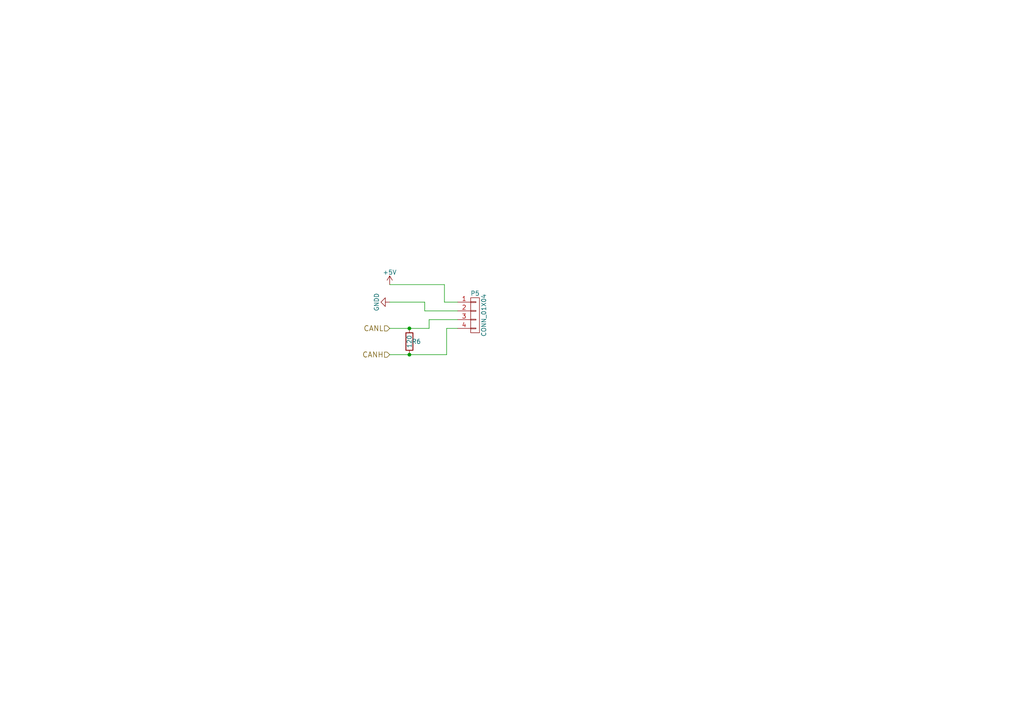
<source format=kicad_sch>
(kicad_sch (version 20230121) (generator eeschema)
  (paper "A4")
  (lib_symbols
    (symbol "VESC_Card_Backplane-rescue:+5V" (power) (pin_names (offset 0))
      (property "Value" "+5V" (at 0 3.556 0))
      (symbol "+5V_0_1"
        (polyline (pts (xy -0.762 1.27) (xy 0 2.54)))
        (polyline (pts (xy 0 0) (xy 0 2.54)))
        (polyline (pts (xy 0 2.54) (xy 0.762 1.27)))
      )
      (symbol "+5V_1_1"
        (pin power_in line (at 0 0 90) (length 0) hide (name "+5V") (number "1"))
      )
    )
    (symbol "VESC_Card_Backplane-rescue:CONN_01X04" (pin_names (offset 1.016) hide)
      (property "Reference" "P" (at 0 6.35 0))
      (property "Value" "CONN_01X04" (at 2.54 0 90))
      (symbol "CONN_01X04_0_1"
        (rectangle (start -1.27 -3.683) (end 0.254 -3.937))
        (rectangle (start -1.27 -1.143) (end 0.254 -1.397))
        (rectangle (start -1.27 1.397) (end 0.254 1.143))
        (rectangle (start -1.27 3.937) (end 0.254 3.683))
        (rectangle (start -1.27 5.08) (end 1.27 -5.08))
      )
      (symbol "CONN_01X04_1_1"
        (pin passive line (at -5.08 3.81 0) (length 3.81) (name "P1") (number "1"))
        (pin passive line (at -5.08 1.27 0) (length 3.81) (name "P2") (number "2"))
        (pin passive line (at -5.08 -1.27 0) (length 3.81) (name "P3") (number "3"))
        (pin passive line (at -5.08 -3.81 0) (length 3.81) (name "P4") (number "4"))
      )
    )
    (symbol "VESC_Card_Backplane-rescue:GNDD" (power) (pin_names (offset 0))
      (property "Value" "GNDD" (at 0 -3.81 0))
      (symbol "GNDD_0_1"
        (polyline (pts (xy 0 0) (xy 0 -1.27) (xy 1.27 -1.27) (xy 0 -2.54) (xy -1.27 -1.27) (xy 0 -1.27)))
      )
      (symbol "GNDD_1_1"
        (pin power_in line (at 0 0 270) (length 0) hide (name "GNDD") (number "1"))
      )
    )
    (symbol "VESC_Card_Backplane-rescue:R" (pin_numbers hide) (pin_names (offset 0))
      (property "Reference" "R" (at 2.032 0 90))
      (property "Value" "R" (at 0 0 90))
      (symbol "R_0_1"
        (rectangle (start -1.016 -2.54) (end 1.016 2.54) (stroke (width 0.254)))
      )
      (symbol "R_1_1"
        (pin passive line (at 0 3.81 270) (length 1.27) (name "~") (number "1"))
        (pin passive line (at 0 -3.81 90) (length 1.27) (name "~") (number "2"))
      )
    )
  )
  (junction (at 118.745 102.87))
  (junction (at 118.745 95.25))
  (wire (pts (xy 128.905 87.63) (xy 128.905 82.55)))
  (wire (pts (xy 123.19 90.17) (xy 132.715 90.17)))
  (wire (pts (xy 118.745 102.87) (xy 113.03 102.87)))
  (wire (pts (xy 113.03 87.63) (xy 123.19 87.63)))
  (wire (pts (xy 124.46 95.25) (xy 118.745 95.25)))
  (wire (pts (xy 132.715 87.63) (xy 128.905 87.63)))
  (wire (pts (xy 128.905 82.55) (xy 113.03 82.55)))
  (wire (pts (xy 123.19 87.63) (xy 123.19 90.17)))
  (wire (pts (xy 132.715 95.25) (xy 129.54 95.25)))
  (wire (pts (xy 132.715 92.71) (xy 124.46 92.71)))
  (wire (pts (xy 129.54 102.87) (xy 118.745 102.87)))
  (wire (pts (xy 129.54 95.25) (xy 129.54 102.87)))
  (wire (pts (xy 118.745 95.25) (xy 113.03 95.25)))
  (wire (pts (xy 124.46 92.71) (xy 124.46 95.25)))
  (hierarchical_label "CANH" (shape input) (at 113.03 102.87 180) (effects (font (size 1.524 1.524))))
  (hierarchical_label "CANL" (shape input) (at 113.03 95.25 180) (effects (font (size 1.524 1.524))))
  (symbol (lib_id "VESC_Card_Backplane-rescue:R") (at 118.745 99.06 0) (unit 1)
    (property "Reference" "R6" (at 120.777 99.06 0))
    (property "Value" "120" (at 118.745 99.06 90))
    (property "Footprint" "Resistors_SMD:R_0805" (effects hide))
  )
  (symbol (lib_id "VESC_Card_Backplane-rescue:CONN_01X04") (at 137.795 91.44 0) (unit 1)
    (property "Reference" "P5" (at 137.795 85.09 0))
    (property "Value" "CONN_01X04" (at 140.335 91.44 90))
    (property "Footprint" "USST-footprints:Molex_39502_1004R" (effects hide))
  )
  (symbol (lib_id "VESC_Card_Backplane-rescue:+5V") (at 113.03 82.55 0) (unit 1)
    (property "Reference" "#PWR011" (effects hide))
    (property "Value" "+5V" (at 113.03 78.994 0))
  )
  (symbol (lib_id "VESC_Card_Backplane-rescue:GNDD") (at 113.03 87.63 270) (unit 1)
    (property "Reference" "#PWR012" (effects hide))
    (property "Value" "GNDD" (at 109.22 87.63 0))
  )
)
</source>
